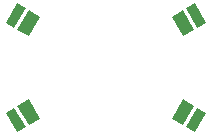
<source format=gbr>
G04 #@! TF.GenerationSoftware,KiCad,Pcbnew,5.1.9-73d0e3b20d~88~ubuntu20.04.1*
G04 #@! TF.CreationDate,2021-03-15T16:31:54+01:00*
G04 #@! TF.ProjectId,sbm-120-uv-mount,73626d2d-3132-4302-9d75-762d6d6f756e,rev?*
G04 #@! TF.SameCoordinates,Original*
G04 #@! TF.FileFunction,Paste,Top*
G04 #@! TF.FilePolarity,Positive*
%FSLAX46Y46*%
G04 Gerber Fmt 4.6, Leading zero omitted, Abs format (unit mm)*
G04 Created by KiCad (PCBNEW 5.1.9-73d0e3b20d~88~ubuntu20.04.1) date 2021-03-15 16:31:54*
%MOMM*%
%LPD*%
G01*
G04 APERTURE LIST*
%ADD10C,0.100000*%
G04 APERTURE END LIST*
D10*
G36*
X157534327Y-94552276D02*
G01*
X158484327Y-96197724D01*
X157748205Y-96622724D01*
X156798205Y-94977276D01*
X157534327Y-94552276D01*
G37*
G36*
X156538397Y-95127276D02*
G01*
X157488397Y-96772724D01*
X156535769Y-97322724D01*
X155585769Y-95677276D01*
X156538397Y-95127276D01*
G37*
G36*
X157488397Y-103227276D02*
G01*
X156538397Y-104872724D01*
X155585769Y-104322724D01*
X156535769Y-102677276D01*
X157488397Y-103227276D01*
G37*
G36*
X158484327Y-103802276D02*
G01*
X157534327Y-105447724D01*
X156798205Y-105022724D01*
X157748205Y-103377276D01*
X158484327Y-103802276D01*
G37*
G36*
X141515673Y-96197724D02*
G01*
X142465673Y-94552276D01*
X143201795Y-94977276D01*
X142251795Y-96622724D01*
X141515673Y-96197724D01*
G37*
G36*
X142511603Y-96772724D02*
G01*
X143461603Y-95127276D01*
X144414231Y-95677276D01*
X143464231Y-97322724D01*
X142511603Y-96772724D01*
G37*
G36*
X143461603Y-104872724D02*
G01*
X142511603Y-103227276D01*
X143464231Y-102677276D01*
X144414231Y-104322724D01*
X143461603Y-104872724D01*
G37*
G36*
X142465673Y-105447724D02*
G01*
X141515673Y-103802276D01*
X142251795Y-103377276D01*
X143201795Y-105022724D01*
X142465673Y-105447724D01*
G37*
M02*

</source>
